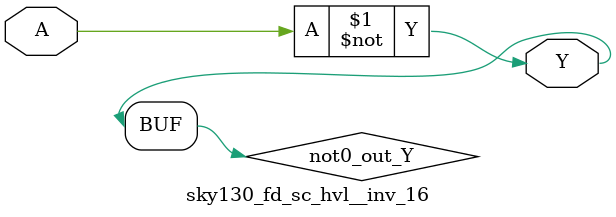
<source format=v>
/*
 * Copyright 2020 The SkyWater PDK Authors
 *
 * Licensed under the Apache License, Version 2.0 (the "License");
 * you may not use this file except in compliance with the License.
 * You may obtain a copy of the License at
 *
 *     https://www.apache.org/licenses/LICENSE-2.0
 *
 * Unless required by applicable law or agreed to in writing, software
 * distributed under the License is distributed on an "AS IS" BASIS,
 * WITHOUT WARRANTIES OR CONDITIONS OF ANY KIND, either express or implied.
 * See the License for the specific language governing permissions and
 * limitations under the License.
 *
 * SPDX-License-Identifier: Apache-2.0
*/


`ifndef SKY130_FD_SC_HVL__INV_16_FUNCTIONAL_V
`define SKY130_FD_SC_HVL__INV_16_FUNCTIONAL_V

/**
 * inv: Inverter.
 *
 * Verilog simulation functional model.
 */

`timescale 1ns / 1ps
`default_nettype none

`celldefine
module sky130_fd_sc_hvl__inv_16 (
    Y,
    A
);

    // Module ports
    output Y;
    input  A;

    // Local signals
    wire not0_out_Y;

    //  Name  Output      Other arguments
    not not0 (not0_out_Y, A              );
    buf buf0 (Y         , not0_out_Y     );

endmodule
`endcelldefine

`default_nettype wire
`endif  // SKY130_FD_SC_HVL__INV_16_FUNCTIONAL_V

</source>
